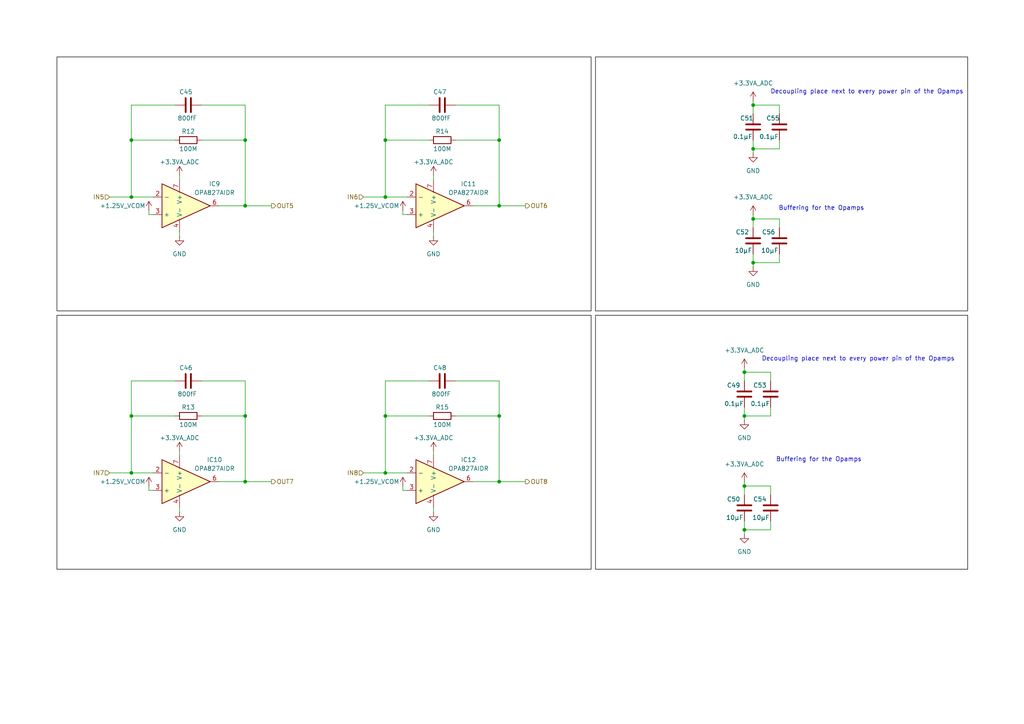
<source format=kicad_sch>
(kicad_sch (version 20250114) (generator "eeschema") (generator_version "9.0")
  (paper "A4")
  (lib_symbols
    (symbol "Device:C" (pin_numbers (hide yes)) (pin_names (offset 0.254))
      (property "Reference" "C" (at 0.635 2.54 0))
      (property "Value" "C" (at 0.635 -2.54 0))
      (symbol "C_0_1"
        (polyline (pts (xy -2.032 0.762) (xy 2.032 0.762)) (stroke (width 0.508)))
        (polyline (pts (xy -2.032 -0.762) (xy 2.032 -0.762)) (stroke (width 0.508)))
      )
      (symbol "C_1_1"
        (pin passive line (at 0 3.81 270) (length 2.794) (name "~") (number "1"))
        (pin passive line (at 0 -3.81 90) (length 2.794) (name "~") (number "2"))
      )
    )
    (symbol "Device:R" (pin_numbers (hide yes)) (pin_names (offset 0))
      (property "Reference" "R" (at 2.032 0 90))
      (property "Value" "R" (at 0 0 90))
      (symbol "R_0_1"
        (rectangle (start -1.016 -2.54) (end 1.016 2.54) (stroke (width 0.254)))
      )
      (symbol "R_1_1"
        (pin passive line (at 0 3.81 270) (length 1.27) (name "~") (number "1"))
        (pin passive line (at 0 -3.81 90) (length 1.27) (name "~") (number "2"))
      )
    )
    (symbol "SamacSys_Parts:OPA827AIDR"
      (property "Reference" "IC9" (at 22.86 3.81 0))
      (property "Value" "OPA827AIDR" (at 22.86 1.27 0))
      (symbol "OPA827AIDR_1_1"
        (polyline (pts (xy 5.08 2.54) (xy 5.08 -10.16) (xy 19.05 -3.81) (xy 5.08 2.54)) (stroke (width 0.254)) (fill (type color) (color 255 255 194 1)))
        (pin passive line (at 2.54 -1.27 0) (length 2.54) (name "-") (number "2"))
        (pin passive line (at 2.54 -6.35 0) (length 2.54) (name "+") (number "3"))
        (pin passive line (at 10.16 3.81 270) (length 3.81) (name "V+") (number "7"))
        (pin no_connect line (at 10.16 -1.27 270) (length 5.08) (hide yes) (name "NC") (number "1"))
        (pin no_connect line (at 10.16 -1.27 270) (length 5.08) (hide yes) (name "NC") (number "5"))
        (pin no_connect line (at 10.16 -1.27 270) (length 5.08) (hide yes) (name "NC") (number "8"))
        (pin passive line (at 10.16 -11.43 90) (length 3.81) (name "V-") (number "4"))
        (pin passive line (at 21.59 -3.81 180) (length 2.54) (name "") (number "6"))
      )
    )
    (symbol "power:+3.3V" (power) (pin_numbers (hide yes)) (pin_names (offset 0) (hide yes))
      (property "Value" "+3.3V" (at 0 3.556 0))
      (symbol "+3.3V_0_1"
        (polyline (pts (xy -0.762 1.27) (xy 0 2.54)))
        (polyline (pts (xy 0 2.54) (xy 0.762 1.27)))
        (polyline (pts (xy 0 0) (xy 0 2.54)))
      )
      (symbol "+3.3V_1_1"
        (pin power_in line (at 0 0 90) (length 0) (name "~") (number "1"))
      )
    )
    (symbol "power:+3.3VA" (power) (pin_names (offset 0))
      (property "Value" "+3.3VA" (at 0 3.556 0))
      (symbol "+3.3VA_0_1"
        (polyline (pts (xy -0.762 1.27) (xy 0 2.54)))
        (polyline (pts (xy 0 2.54) (xy 0.762 1.27)))
        (polyline (pts (xy 0 0) (xy 0 2.54)))
      )
      (symbol "+3.3VA_1_1"
        (pin power_in line (at 0 0 90) (length 0) (hide yes) (name "+3.3VA") (number "1"))
      )
    )
    (symbol "power:GND" (power) (pin_numbers (hide yes)) (pin_names (offset 0) (hide yes))
      (property "Value" "GND" (at 0 -3.81 0))
      (symbol "GND_0_1"
        (polyline (pts (xy 0 0) (xy 0 -1.27) (xy 1.27 -1.27) (xy 0 -2.54) (xy -1.27 -1.27) (xy 0 -1.27)))
      )
      (symbol "GND_1_1"
        (pin power_in line (at 0 0 270) (length 0) (name "~") (number "1"))
      )
    )
  )
  (text "Buffering for the Opamps" (at 238.252 60.452 0) (effects (font (size 1.27 1.27))))
  (text "Decoupling place next to every power pin of the Opamps\n" (at 251.46 26.67 0) (effects (font (size 1.27 1.27))))
  (text "Buffering for the Opamps" (at 237.49 133.35 0) (effects (font (size 1.27 1.27))))
  (text "Decoupling place next to every power pin of the Opamps\n" (at 248.92 104.14 0) (effects (font (size 1.27 1.27))))
  (text_box "" (at 172.72 91.44 0) (size 107.95 73.66) (margins 0.9525 0.9525 0.9525 0.9525) (stroke (width 0) (color 0 0 0 1)) (effects (font (size 1.27 1.27)) (justify left top)))
  (text_box "" (at 172.72 16.51 0) (size 107.95 73.66) (margins 0.9525 0.9525 0.9525 0.9525) (stroke (width 0) (color 0 0 0 1)) (effects (font (size 1.27 1.27)) (justify left top)))
  (text_box "" (at 16.51 91.44 0) (size 154.94 73.66) (margins 0.9525 0.9525 0.9525 0.9525) (stroke (width 0) (color 0 0 0 1)) (effects (font (size 1.27 1.27)) (justify left top)))
  (text_box "" (at 16.51 16.51 0) (size 154.94 73.66) (margins 0.9525 0.9525 0.9525 0.9525) (stroke (width 0) (color 0 0 0 1)) (effects (font (size 1.27 1.27)) (justify left top)))
  (junction (at 218.44 63.5))
  (junction (at 71.12 40.64))
  (junction (at 218.44 76.2))
  (junction (at 144.78 59.69))
  (junction (at 38.1 57.15))
  (junction (at 144.78 139.7))
  (junction (at 218.44 43.18))
  (junction (at 215.9 120.65))
  (junction (at 144.78 40.64))
  (junction (at 71.12 59.69))
  (junction (at 71.12 120.65))
  (junction (at 215.9 140.97))
  (junction (at 218.44 30.48))
  (junction (at 144.78 120.65))
  (junction (at 215.9 153.67))
  (junction (at 71.12 139.7))
  (junction (at 38.1 120.65))
  (junction (at 111.76 137.16))
  (junction (at 111.76 120.65))
  (junction (at 111.76 40.64))
  (junction (at 111.76 57.15))
  (junction (at 38.1 137.16))
  (junction (at 38.1 40.64))
  (junction (at 215.9 107.95))
  (wire (pts (xy 52.07 50.8) (xy 52.07 52.07)))
  (wire (pts (xy 43.18 140.97) (xy 43.18 142.24)))
  (wire (pts (xy 105.41 137.16) (xy 111.76 137.16)))
  (wire (pts (xy 215.9 139.7) (xy 215.9 140.97)))
  (wire (pts (xy 50.8 120.65) (xy 38.1 120.65)))
  (wire (pts (xy 58.42 120.65) (xy 71.12 120.65)))
  (wire (pts (xy 124.46 30.48) (xy 111.76 30.48)))
  (wire (pts (xy 125.73 67.31) (xy 125.73 68.58)))
  (wire (pts (xy 43.18 142.24) (xy 44.45 142.24)))
  (wire (pts (xy 215.9 120.65) (xy 215.9 121.92)))
  (wire (pts (xy 63.5 59.69) (xy 71.12 59.69)))
  (wire (pts (xy 144.78 110.49) (xy 144.78 120.65)))
  (wire (pts (xy 58.42 40.64) (xy 71.12 40.64)))
  (wire (pts (xy 215.9 107.95) (xy 223.52 107.95)))
  (wire (pts (xy 125.73 130.81) (xy 125.73 132.08)))
  (wire (pts (xy 38.1 57.15) (xy 44.45 57.15)))
  (wire (pts (xy 111.76 30.48) (xy 111.76 40.64)))
  (wire (pts (xy 215.9 107.95) (xy 215.9 110.49)))
  (wire (pts (xy 105.41 57.15) (xy 111.76 57.15)))
  (wire (pts (xy 43.18 60.96) (xy 43.18 62.23)))
  (wire (pts (xy 116.84 62.23) (xy 118.11 62.23)))
  (wire (pts (xy 137.16 139.7) (xy 144.78 139.7)))
  (wire (pts (xy 218.44 30.48) (xy 218.44 33.02)))
  (wire (pts (xy 38.1 120.65) (xy 38.1 137.16)))
  (wire (pts (xy 218.44 62.23) (xy 218.44 63.5)))
  (wire (pts (xy 63.5 139.7) (xy 71.12 139.7)))
  (wire (pts (xy 111.76 137.16) (xy 118.11 137.16)))
  (wire (pts (xy 218.44 43.18) (xy 218.44 44.45)))
  (wire (pts (xy 215.9 118.11) (xy 215.9 120.65)))
  (wire (pts (xy 144.78 59.69) (xy 152.4 59.69)))
  (wire (pts (xy 132.08 30.48) (xy 144.78 30.48)))
  (wire (pts (xy 111.76 40.64) (xy 111.76 57.15)))
  (wire (pts (xy 218.44 73.66) (xy 218.44 76.2)))
  (wire (pts (xy 144.78 120.65) (xy 144.78 139.7)))
  (wire (pts (xy 226.06 63.5) (xy 226.06 66.04)))
  (wire (pts (xy 111.76 120.65) (xy 111.76 137.16)))
  (wire (pts (xy 124.46 40.64) (xy 111.76 40.64)))
  (wire (pts (xy 226.06 30.48) (xy 226.06 33.02)))
  (wire (pts (xy 218.44 63.5) (xy 218.44 66.04)))
  (wire (pts (xy 132.08 110.49) (xy 144.78 110.49)))
  (wire (pts (xy 71.12 40.64) (xy 71.12 59.69)))
  (wire (pts (xy 137.16 59.69) (xy 144.78 59.69)))
  (wire (pts (xy 43.18 62.23) (xy 44.45 62.23)))
  (wire (pts (xy 125.73 147.32) (xy 125.73 148.59)))
  (wire (pts (xy 218.44 29.21) (xy 218.44 30.48)))
  (wire (pts (xy 116.84 142.24) (xy 118.11 142.24)))
  (wire (pts (xy 218.44 43.18) (xy 226.06 43.18)))
  (wire (pts (xy 31.75 57.15) (xy 38.1 57.15)))
  (wire (pts (xy 52.07 147.32) (xy 52.07 148.59)))
  (wire (pts (xy 223.52 107.95) (xy 223.52 110.49)))
  (wire (pts (xy 71.12 139.7) (xy 78.74 139.7)))
  (wire (pts (xy 50.8 110.49) (xy 38.1 110.49)))
  (wire (pts (xy 226.06 73.66) (xy 226.06 76.2)))
  (wire (pts (xy 31.75 137.16) (xy 38.1 137.16)))
  (wire (pts (xy 218.44 76.2) (xy 218.44 77.47)))
  (wire (pts (xy 38.1 40.64) (xy 38.1 57.15)))
  (wire (pts (xy 215.9 153.67) (xy 215.9 154.94)))
  (wire (pts (xy 223.52 151.13) (xy 223.52 153.67)))
  (wire (pts (xy 218.44 63.5) (xy 226.06 63.5)))
  (wire (pts (xy 218.44 30.48) (xy 226.06 30.48)))
  (wire (pts (xy 111.76 57.15) (xy 118.11 57.15)))
  (wire (pts (xy 124.46 110.49) (xy 111.76 110.49)))
  (wire (pts (xy 71.12 110.49) (xy 71.12 120.65)))
  (wire (pts (xy 124.46 120.65) (xy 111.76 120.65)))
  (wire (pts (xy 38.1 110.49) (xy 38.1 120.65)))
  (wire (pts (xy 50.8 40.64) (xy 38.1 40.64)))
  (wire (pts (xy 226.06 40.64) (xy 226.06 43.18)))
  (wire (pts (xy 132.08 120.65) (xy 144.78 120.65)))
  (wire (pts (xy 215.9 120.65) (xy 223.52 120.65)))
  (wire (pts (xy 38.1 30.48) (xy 38.1 40.64)))
  (wire (pts (xy 223.52 140.97) (xy 223.52 143.51)))
  (wire (pts (xy 58.42 30.48) (xy 71.12 30.48)))
  (wire (pts (xy 116.84 140.97) (xy 116.84 142.24)))
  (wire (pts (xy 223.52 118.11) (xy 223.52 120.65)))
  (wire (pts (xy 38.1 137.16) (xy 44.45 137.16)))
  (wire (pts (xy 50.8 30.48) (xy 38.1 30.48)))
  (wire (pts (xy 144.78 139.7) (xy 152.4 139.7)))
  (wire (pts (xy 71.12 120.65) (xy 71.12 139.7)))
  (wire (pts (xy 215.9 153.67) (xy 223.52 153.67)))
  (wire (pts (xy 111.76 110.49) (xy 111.76 120.65)))
  (wire (pts (xy 215.9 151.13) (xy 215.9 153.67)))
  (wire (pts (xy 215.9 140.97) (xy 215.9 143.51)))
  (wire (pts (xy 144.78 30.48) (xy 144.78 40.64)))
  (wire (pts (xy 71.12 30.48) (xy 71.12 40.64)))
  (wire (pts (xy 52.07 67.31) (xy 52.07 68.58)))
  (wire (pts (xy 218.44 40.64) (xy 218.44 43.18)))
  (wire (pts (xy 215.9 106.68) (xy 215.9 107.95)))
  (wire (pts (xy 58.42 110.49) (xy 71.12 110.49)))
  (wire (pts (xy 71.12 59.69) (xy 78.74 59.69)))
  (wire (pts (xy 132.08 40.64) (xy 144.78 40.64)))
  (wire (pts (xy 116.84 60.96) (xy 116.84 62.23)))
  (wire (pts (xy 125.73 50.8) (xy 125.73 52.07)))
  (wire (pts (xy 218.44 76.2) (xy 226.06 76.2)))
  (wire (pts (xy 52.07 130.81) (xy 52.07 132.08)))
  (wire (pts (xy 215.9 140.97) (xy 223.52 140.97)))
  (wire (pts (xy 144.78 40.64) (xy 144.78 59.69)))
  (hierarchical_label "OUT5" (shape output) (at 78.74 59.69 0))
  (hierarchical_label "OUT8" (shape output) (at 152.4 139.7 0))
  (hierarchical_label "IN8" (shape input) (at 105.41 137.16 180))
  (hierarchical_label "OUT7" (shape output) (at 78.74 139.7 0))
  (hierarchical_label "IN6" (shape input) (at 105.41 57.15 180))
  (hierarchical_label "IN7" (shape input) (at 31.75 137.16 180))
  (hierarchical_label "OUT6" (shape output) (at 152.4 59.69 0))
  (hierarchical_label "IN5" (shape input) (at 31.75 57.15 180))
  (symbol (lib_id "Device:C") (at 223.52 114.3 0) (unit 1)
    (property "Reference" "C53" (at 218.44 111.76 0) (effects (justify left)))
    (property "Value" "0.1µF" (at 217.678 117.094 0) (effects (justify left)))
    (property "Footprint" "Capacitor_SMD:C_0402_1005Metric" (effects (hide yes)))
    (property "Description" "Unpolarized capacitor" (effects (hide yes)))
  )
  (symbol (lib_id "Device:C") (at 215.9 114.3 0) (unit 1)
    (property "Reference" "C49" (at 210.82 111.76 0) (effects (justify left)))
    (property "Value" "0.1µF" (at 210.058 117.094 0) (effects (justify left)))
    (property "Footprint" "Capacitor_SMD:C_0402_1005Metric" (effects (hide yes)))
    (property "Description" "Unpolarized capacitor" (effects (hide yes)))
  )
  (symbol (lib_id "power:+3.3V") (at 218.44 62.23 0) (unit 1)
    (property "Reference" "#PWR094" (effects (hide yes)))
    (property "Value" "+3.3VA_ADC" (at 218.44 57.15 0))
    (property "Description" "Power symbol creates a global label with name \"+3.3V\"" (effects (hide yes)))
  )
  (symbol (lib_id "Device:R") (at 128.27 40.64 90) (unit 1)
    (property "Reference" "R14" (at 128.27 38.1 90))
    (property "Value" "100M" (at 128.27 43.18 90))
    (property "Footprint" "Resistor_SMD:R_1206_3216Metric" (effects (hide yes)))
    (property "Description" "Resistor" (effects (hide yes)))
  )
  (symbol (lib_id "power:GND") (at 215.9 121.92 0) (unit 1)
    (property "Reference" "#PWR089" (effects (hide yes)))
    (property "Value" "GND" (at 215.9 127 0))
    (property "Description" "Power symbol creates a global label with name \"GND\" , ground" (effects (hide yes)))
  )
  (symbol (lib_id "power:GND") (at 218.44 77.47 0) (unit 1)
    (property "Reference" "#PWR095" (effects (hide yes)))
    (property "Value" "GND" (at 218.44 82.55 0))
    (property "Description" "Power symbol creates a global label with name \"GND\" , ground" (effects (hide yes)))
  )
  (symbol (lib_id "Device:C") (at 54.61 110.49 90) (unit 1)
    (property "Reference" "C46" (at 55.88 106.68 90) (effects (justify left)))
    (property "Value" "800fF" (at 57.15 114.3 90) (effects (justify left)))
    (property "Footprint" "Capacitor_SMD:C_0402_1005Metric" (effects (hide yes)))
    (property "Description" "Unpolarized capacitor" (effects (hide yes)))
  )
  (symbol (lib_id "power:+3.3VA") (at 125.73 130.81 0) (unit 1)
    (property "Reference" "#PWR086" (effects (hide yes)))
    (property "Value" "+3.3VA_ADC" (at 125.73 127 0))
  )
  (symbol (lib_id "Device:C") (at 226.06 69.85 0) (unit 1)
    (property "Reference" "C56" (at 220.98 67.31 0) (effects (justify left)))
    (property "Value" "10µF" (at 220.726 72.644 0) (effects (justify left)))
    (property "Footprint" "Capacitor_SMD:C_0603_1608Metric" (effects (hide yes)))
    (property "Description" "Unpolarized capacitor" (effects (hide yes)))
  )
  (symbol (lib_id "power:GND") (at 215.9 154.94 0) (unit 1)
    (property "Reference" "#PWR091" (effects (hide yes)))
    (property "Value" "GND" (at 215.9 160.02 0))
    (property "Description" "Power symbol creates a global label with name \"GND\" , ground" (effects (hide yes)))
  )
  (symbol (lib_id "power:+3.3V") (at 215.9 139.7 0) (unit 1)
    (property "Reference" "#PWR090" (effects (hide yes)))
    (property "Value" "+3.3VA_ADC" (at 215.9 134.62 0))
    (property "Description" "Power symbol creates a global label with name \"+3.3V\"" (effects (hide yes)))
  )
  (symbol (lib_id "Device:C") (at 215.9 147.32 0) (unit 1)
    (property "Reference" "C50" (at 210.82 144.78 0) (effects (justify left)))
    (property "Value" "10µF" (at 210.566 150.114 0) (effects (justify left)))
    (property "Footprint" "Capacitor_SMD:C_0603_1608Metric" (effects (hide yes)))
    (property "Description" "Unpolarized capacitor" (effects (hide yes)))
  )
  (symbol (lib_id "Device:R") (at 54.61 40.64 90) (unit 1)
    (property "Reference" "R12" (at 54.61 38.1 90))
    (property "Value" "100M" (at 54.61 43.18 90))
    (property "Footprint" "Resistor_SMD:R_1206_3216Metric" (effects (hide yes)))
    (property "Description" "Resistor" (effects (hide yes)))
  )
  (symbol (lib_id "Device:C") (at 218.44 69.85 0) (unit 1)
    (property "Reference" "C52" (at 213.36 67.31 0) (effects (justify left)))
    (property "Value" "10µF" (at 213.106 72.644 0) (effects (justify left)))
    (property "Footprint" "Capacitor_SMD:C_0603_1608Metric" (effects (hide yes)))
    (property "Description" "Unpolarized capacitor" (effects (hide yes)))
  )
  (symbol (lib_id "power:+3.3V") (at 218.44 29.21 0) (unit 1)
    (property "Reference" "#PWR092" (effects (hide yes)))
    (property "Value" "+3.3VA_ADC" (at 218.44 24.13 0))
    (property "Description" "Power symbol creates a global label with name \"+3.3V\"" (effects (hide yes)))
  )
  (symbol (lib_id "Device:C") (at 226.06 36.83 0) (unit 1)
    (property "Reference" "C55" (at 222.25 34.29 0) (effects (justify left)))
    (property "Value" "0.1µF" (at 220.218 39.624 0) (effects (justify left)))
    (property "Footprint" "Capacitor_SMD:C_0402_1005Metric" (effects (hide yes)))
    (property "Description" "Unpolarized capacitor" (effects (hide yes)))
  )
  (symbol (lib_id "Device:C") (at 128.27 110.49 90) (unit 1)
    (property "Reference" "C48" (at 129.54 106.68 90) (effects (justify left)))
    (property "Value" "800fF" (at 130.81 114.3 90) (effects (justify left)))
    (property "Footprint" "Capacitor_SMD:C_0402_1005Metric" (effects (hide yes)))
    (property "Description" "Unpolarized capacitor" (effects (hide yes)))
  )
  (symbol (lib_id "Device:C") (at 54.61 30.48 90) (unit 1)
    (property "Reference" "C45" (at 55.88 26.67 90) (effects (justify left)))
    (property "Value" "800fF" (at 57.15 34.29 90) (effects (justify left)))
    (property "Footprint" "Capacitor_SMD:C_0402_1005Metric" (effects (hide yes)))
    (property "Description" "Unpolarized capacitor" (effects (hide yes)))
  )
  (symbol (lib_id "power:+3.3V") (at 43.18 140.97 0) (unit 1)
    (property "Reference" "#PWR077" (effects (hide yes)))
    (property "Value" "+1.25V_VCOM" (at 35.56 139.7 0))
    (property "Description" "Power symbol creates a global label with name \"+3.3V\"" (effects (hide yes)))
  )
  (symbol (lib_id "power:+3.3V") (at 116.84 140.97 0) (unit 1)
    (property "Reference" "#PWR083" (effects (hide yes)))
    (property "Value" "+1.25V_VCOM" (at 109.22 139.7 0))
    (property "Description" "Power symbol creates a global label with name \"+3.3V\"" (effects (hide yes)))
  )
  (symbol (lib_id "power:+3.3V") (at 215.9 106.68 0) (unit 1)
    (property "Reference" "#PWR088" (effects (hide yes)))
    (property "Value" "+3.3VA_ADC" (at 215.9 101.6 0))
    (property "Description" "Power symbol creates a global label with name \"+3.3V\"" (effects (hide yes)))
  )
  (symbol (lib_id "Device:C") (at 128.27 30.48 90) (unit 1)
    (property "Reference" "C47" (at 129.54 26.67 90) (effects (justify left)))
    (property "Value" "800fF" (at 130.81 34.29 90) (effects (justify left)))
    (property "Footprint" "Capacitor_SMD:C_0402_1005Metric" (effects (hide yes)))
    (property "Description" "Unpolarized capacitor" (effects (hide yes)))
  )
  (symbol (lib_id "SamacSys_Parts:OPA827AIDR") (at 41.91 55.88 0) (unit 1)
    (property "Reference" "IC9" (at 62.23 53.34 0))
    (property "Value" "OPA827AIDR" (at 62.23 55.88 0))
    (property "Footprint" "SamacSys_Parts:SOIC127P600X175-8N" (effects (hide yes)))
    (property "Datasheet" "http://www.ti.com/lit/gpn/OPA827" (effects (hide yes)))
    (property "Description" "Low-Noise, High-Precision, JFET-Input Operational Amplifier" (effects (hide yes)))
    (property "Height" "1.75" (effects (hide yes)))
    (property "Manufacturer_Name" "Texas Instruments" (effects (hide yes)))
    (property "Manufacturer_Part_Number" "OPA827AIDR" (effects (hide yes)))
    (property "Mouser Part Number" "595-OPA827AIDR" (effects (hide yes)))
    (property "Mouser Price/Stock" "https://www.mouser.co.uk/ProductDetail/Texas-Instruments/OPA827AIDR?qs=ToK3%2FczOkx%252BfLFxatAoUKw%3D%3D" (effects (hide yes)))
    (property "Arrow Part Number" "OPA827AIDR" (effects (hide yes)))
    (property "Arrow Price/Stock" "https://www.arrow.com/en/products/opa827aidr/texas-instruments?region=nac" (effects (hide yes)))
  )
  (symbol (lib_id "SamacSys_Parts:OPA827AIDR") (at 41.91 135.89 0) (unit 1)
    (property "Reference" "IC10" (at 62.23 133.35 0))
    (property "Value" "OPA827AIDR" (at 62.23 135.89 0))
    (property "Footprint" "SamacSys_Parts:SOIC127P600X175-8N" (effects (hide yes)))
    (property "Datasheet" "http://www.ti.com/lit/gpn/OPA827" (effects (hide yes)))
    (property "Description" "Low-Noise, High-Precision, JFET-Input Operational Amplifier" (effects (hide yes)))
    (property "Height" "1.75" (effects (hide yes)))
    (property "Manufacturer_Name" "Texas Instruments" (effects (hide yes)))
    (property "Manufacturer_Part_Number" "OPA827AIDR" (effects (hide yes)))
    (property "Mouser Part Number" "595-OPA827AIDR" (effects (hide yes)))
    (property "Mouser Price/Stock" "https://www.mouser.co.uk/ProductDetail/Texas-Instruments/OPA827AIDR?qs=ToK3%2FczOkx%252BfLFxatAoUKw%3D%3D" (effects (hide yes)))
    (property "Arrow Part Number" "OPA827AIDR" (effects (hide yes)))
    (property "Arrow Price/Stock" "https://www.arrow.com/en/products/opa827aidr/texas-instruments?region=nac" (effects (hide yes)))
  )
  (symbol (lib_id "power:+3.3VA") (at 52.07 130.81 0) (unit 1)
    (property "Reference" "#PWR080" (effects (hide yes)))
    (property "Value" "+3.3VA_ADC" (at 52.07 127 0))
  )
  (symbol (lib_id "power:GND") (at 125.73 148.59 0) (unit 1)
    (property "Reference" "#PWR087" (effects (hide yes)))
    (property "Value" "GND" (at 125.73 153.67 0))
    (property "Description" "Power symbol creates a global label with name \"GND\" , ground" (effects (hide yes)))
  )
  (symbol (lib_id "Device:C") (at 218.44 36.83 0) (unit 1)
    (property "Reference" "C51" (at 214.63 34.29 0) (effects (justify left)))
    (property "Value" "0.1µF" (at 212.598 39.624 0) (effects (justify left)))
    (property "Footprint" "Capacitor_SMD:C_0402_1005Metric" (effects (hide yes)))
    (property "Description" "Unpolarized capacitor" (effects (hide yes)))
  )
  (symbol (lib_id "power:+3.3VA") (at 52.07 50.8 0) (unit 1)
    (property "Reference" "#PWR078" (effects (hide yes)))
    (property "Value" "+3.3VA_ADC" (at 52.07 46.99 0))
  )
  (symbol (lib_id "Device:R") (at 54.61 120.65 90) (unit 1)
    (property "Reference" "R13" (at 54.61 118.11 90))
    (property "Value" "100M" (at 54.61 123.19 90))
    (property "Footprint" "Resistor_SMD:R_1206_3216Metric" (effects (hide yes)))
    (property "Description" "Resistor" (effects (hide yes)))
  )
  (symbol (lib_id "SamacSys_Parts:OPA827AIDR") (at 115.57 135.89 0) (unit 1)
    (property "Reference" "IC12" (at 135.89 133.35 0))
    (property "Value" "OPA827AIDR" (at 135.89 135.89 0))
    (property "Footprint" "SamacSys_Parts:SOIC127P600X175-8N" (effects (hide yes)))
    (property "Datasheet" "http://www.ti.com/lit/gpn/OPA827" (effects (hide yes)))
    (property "Description" "Low-Noise, High-Precision, JFET-Input Operational Amplifier" (effects (hide yes)))
    (property "Height" "1.75" (effects (hide yes)))
    (property "Manufacturer_Name" "Texas Instruments" (effects (hide yes)))
    (property "Manufacturer_Part_Number" "OPA827AIDR" (effects (hide yes)))
    (property "Mouser Part Number" "595-OPA827AIDR" (effects (hide yes)))
    (property "Mouser Price/Stock" "https://www.mouser.co.uk/ProductDetail/Texas-Instruments/OPA827AIDR?qs=ToK3%2FczOkx%252BfLFxatAoUKw%3D%3D" (effects (hide yes)))
    (property "Arrow Part Number" "OPA827AIDR" (effects (hide yes)))
    (property "Arrow Price/Stock" "https://www.arrow.com/en/products/opa827aidr/texas-instruments?region=nac" (effects (hide yes)))
  )
  (symbol (lib_id "power:+3.3V") (at 116.84 60.96 0) (unit 1)
    (property "Reference" "#PWR082" (effects (hide yes)))
    (property "Value" "+1.25V_VCOM" (at 109.22 59.69 0))
    (property "Description" "Power symbol creates a global label with name \"+3.3V\"" (effects (hide yes)))
  )
  (symbol (lib_id "power:GND") (at 218.44 44.45 0) (unit 1)
    (property "Reference" "#PWR093" (effects (hide yes)))
    (property "Value" "GND" (at 218.44 49.53 0))
    (property "Description" "Power symbol creates a global label with name \"GND\" , ground" (effects (hide yes)))
  )
  (symbol (lib_id "power:+3.3V") (at 43.18 60.96 0) (unit 1)
    (property "Reference" "#PWR076" (effects (hide yes)))
    (property "Value" "+1.25V_VCOM" (at 35.56 59.69 0))
    (property "Description" "Power symbol creates a global label with name \"+3.3V\"" (effects (hide yes)))
  )
  (symbol (lib_id "power:+3.3VA") (at 125.73 50.8 0) (unit 1)
    (property "Reference" "#PWR084" (effects (hide yes)))
    (property "Value" "+3.3VA_ADC" (at 125.73 46.99 0))
  )
  (symbol (lib_id "SamacSys_Parts:OPA827AIDR") (at 115.57 55.88 0) (unit 1)
    (property "Reference" "IC11" (at 135.89 53.34 0))
    (property "Value" "OPA827AIDR" (at 135.89 55.88 0))
    (property "Footprint" "SamacSys_Parts:SOIC127P600X175-8N" (effects (hide yes)))
    (property "Datasheet" "http://www.ti.com/lit/gpn/OPA827" (effects (hide yes)))
    (property "Description" "Low-Noise, High-Precision, JFET-Input Operational Amplifier" (effects (hide yes)))
    (property "Height" "1.75" (effects (hide yes)))
    (property "Manufacturer_Name" "Texas Instruments" (effects (hide yes)))
    (property "Manufacturer_Part_Number" "OPA827AIDR" (effects (hide yes)))
    (property "Mouser Part Number" "595-OPA827AIDR" (effects (hide yes)))
    (property "Mouser Price/Stock" "https://www.mouser.co.uk/ProductDetail/Texas-Instruments/OPA827AIDR?qs=ToK3%2FczOkx%252BfLFxatAoUKw%3D%3D" (effects (hide yes)))
    (property "Arrow Part Number" "OPA827AIDR" (effects (hide yes)))
    (property "Arrow Price/Stock" "https://www.arrow.com/en/products/opa827aidr/texas-instruments?region=nac" (effects (hide yes)))
  )
  (symbol (lib_id "Device:C") (at 223.52 147.32 0) (unit 1)
    (property "Reference" "C54" (at 218.44 144.78 0) (effects (justify left)))
    (property "Value" "10µF" (at 218.186 150.114 0) (effects (justify left)))
    (property "Footprint" "Capacitor_SMD:C_0603_1608Metric" (effects (hide yes)))
    (property "Description" "Unpolarized capacitor" (effects (hide yes)))
  )
  (symbol (lib_id "power:GND") (at 52.07 148.59 0) (unit 1)
    (property "Reference" "#PWR081" (effects (hide yes)))
    (property "Value" "GND" (at 52.07 153.67 0))
    (property "Description" "Power symbol creates a global label with name \"GND\" , ground" (effects (hide yes)))
  )
  (symbol (lib_id "Device:R") (at 128.27 120.65 90) (unit 1)
    (property "Reference" "R15" (at 128.27 118.11 90))
    (property "Value" "100M" (at 128.27 123.19 90))
    (property "Footprint" "Resistor_SMD:R_1206_3216Metric" (effects (hide yes)))
    (property "Description" "Resistor" (effects (hide yes)))
  )
  (symbol (lib_id "power:GND") (at 52.07 68.58 0) (unit 1)
    (property "Reference" "#PWR079" (effects (hide yes)))
    (property "Value" "GND" (at 52.07 73.66 0))
    (property "Description" "Power symbol creates a global label with name \"GND\" , ground" (effects (hide yes)))
  )
  (symbol (lib_id "power:GND") (at 125.73 68.58 0) (unit 1)
    (property "Reference" "#PWR085" (effects (hide yes)))
    (property "Value" "GND" (at 125.73 73.66 0))
    (property "Description" "Power symbol creates a global label with name \"GND\" , ground" (effects (hide yes)))
  )
)
</source>
